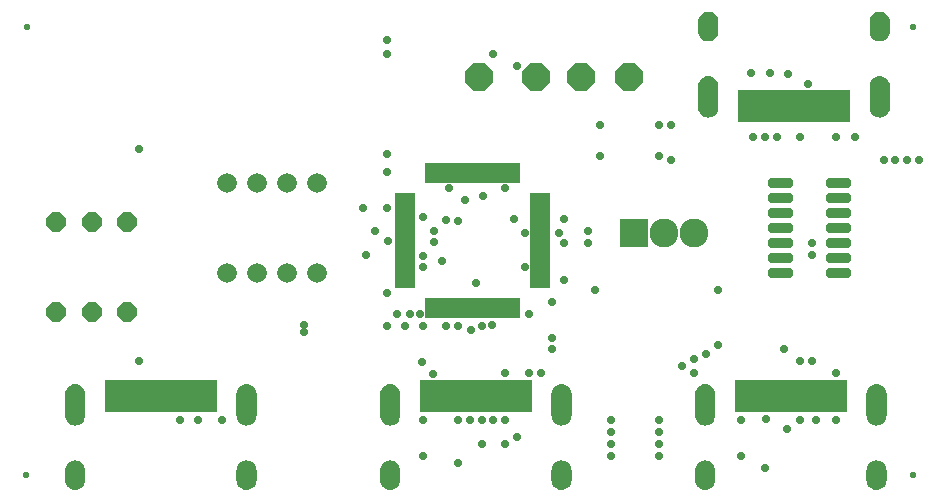
<source format=gbr>
G04 EAGLE Gerber RS-274X export*
G75*
%MOMM*%
%FSLAX34Y34*%
%LPD*%
%INSoldermask Top*%
%IPPOS*%
%AMOC8*
5,1,8,0,0,1.08239X$1,22.5*%
G01*
%ADD10C,0.553200*%
%ADD11P,2.556822X8X22.500000*%
%ADD12R,0.503200X2.803200*%
%ADD13R,1.676400X0.482600*%
%ADD14R,0.482600X1.676400*%
%ADD15C,1.666238*%
%ADD16C,0.506016*%
%ADD17R,2.435200X2.435200*%
%ADD18C,2.435200*%
%ADD19P,1.803519X8X112.500000*%
%ADD20P,1.803519X8X292.500000*%
%ADD21C,0.705600*%

G36*
X508663Y366414D02*
X508663Y366414D01*
X508668Y366419D01*
X508673Y366416D01*
X510267Y366900D01*
X510271Y366906D01*
X510276Y366904D01*
X511746Y367689D01*
X511749Y367696D01*
X511754Y367694D01*
X513042Y368752D01*
X513043Y368759D01*
X513048Y368758D01*
X514106Y370046D01*
X514106Y370054D01*
X514111Y370054D01*
X514896Y371524D01*
X514895Y371531D01*
X514900Y371533D01*
X515384Y373127D01*
X515383Y373131D01*
X515385Y373132D01*
X515383Y373135D01*
X515386Y373137D01*
X515549Y374795D01*
X515547Y374798D01*
X515549Y374800D01*
X515549Y392800D01*
X515547Y392803D01*
X515549Y392805D01*
X515386Y394463D01*
X515381Y394468D01*
X515384Y394473D01*
X514900Y396067D01*
X514894Y396071D01*
X514896Y396076D01*
X514111Y397546D01*
X514104Y397549D01*
X514106Y397554D01*
X513048Y398842D01*
X513041Y398843D01*
X513042Y398848D01*
X511754Y399906D01*
X511746Y399906D01*
X511746Y399911D01*
X510276Y400696D01*
X510269Y400695D01*
X510267Y400700D01*
X508673Y401184D01*
X508666Y401181D01*
X508663Y401186D01*
X507005Y401349D01*
X506999Y401345D01*
X506995Y401349D01*
X505337Y401186D01*
X505332Y401181D01*
X505327Y401184D01*
X503733Y400700D01*
X503729Y400694D01*
X503724Y400696D01*
X502254Y399911D01*
X502251Y399904D01*
X502246Y399906D01*
X500958Y398848D01*
X500957Y398841D01*
X500952Y398842D01*
X499894Y397554D01*
X499894Y397546D01*
X499889Y397546D01*
X499104Y396076D01*
X499105Y396069D01*
X499100Y396067D01*
X498616Y394473D01*
X498619Y394466D01*
X498614Y394463D01*
X498451Y392805D01*
X498453Y392802D01*
X498451Y392800D01*
X498451Y374800D01*
X498453Y374797D01*
X498451Y374795D01*
X498614Y373137D01*
X498619Y373132D01*
X498616Y373127D01*
X499100Y371533D01*
X499106Y371529D01*
X499104Y371524D01*
X499889Y370054D01*
X499896Y370051D01*
X499894Y370046D01*
X500952Y368758D01*
X500959Y368757D01*
X500958Y368752D01*
X502246Y367694D01*
X502254Y367694D01*
X502254Y367689D01*
X503724Y366904D01*
X503731Y366905D01*
X503733Y366900D01*
X505327Y366416D01*
X505334Y366419D01*
X505337Y366414D01*
X506995Y366251D01*
X507001Y366255D01*
X507005Y366251D01*
X508663Y366414D01*
G37*
G36*
X363663Y366414D02*
X363663Y366414D01*
X363668Y366419D01*
X363673Y366416D01*
X365267Y366900D01*
X365271Y366906D01*
X365276Y366904D01*
X366746Y367689D01*
X366749Y367696D01*
X366754Y367694D01*
X368042Y368752D01*
X368043Y368759D01*
X368048Y368758D01*
X369106Y370046D01*
X369106Y370054D01*
X369111Y370054D01*
X369896Y371524D01*
X369895Y371531D01*
X369900Y371533D01*
X370384Y373127D01*
X370383Y373131D01*
X370385Y373132D01*
X370383Y373135D01*
X370386Y373137D01*
X370549Y374795D01*
X370547Y374798D01*
X370549Y374800D01*
X370549Y392800D01*
X370547Y392803D01*
X370549Y392805D01*
X370386Y394463D01*
X370381Y394468D01*
X370384Y394473D01*
X369900Y396067D01*
X369894Y396071D01*
X369896Y396076D01*
X369111Y397546D01*
X369104Y397549D01*
X369106Y397554D01*
X368048Y398842D01*
X368041Y398843D01*
X368042Y398848D01*
X366754Y399906D01*
X366746Y399906D01*
X366746Y399911D01*
X365276Y400696D01*
X365269Y400695D01*
X365267Y400700D01*
X363673Y401184D01*
X363666Y401181D01*
X363663Y401186D01*
X362005Y401349D01*
X361999Y401345D01*
X361995Y401349D01*
X360337Y401186D01*
X360332Y401181D01*
X360327Y401184D01*
X358733Y400700D01*
X358729Y400694D01*
X358724Y400696D01*
X357254Y399911D01*
X357251Y399904D01*
X357246Y399906D01*
X355958Y398848D01*
X355957Y398841D01*
X355952Y398842D01*
X354894Y397554D01*
X354894Y397546D01*
X354889Y397546D01*
X354104Y396076D01*
X354105Y396069D01*
X354100Y396067D01*
X353616Y394473D01*
X353619Y394466D01*
X353614Y394463D01*
X353451Y392805D01*
X353453Y392802D01*
X353451Y392800D01*
X353451Y374800D01*
X353453Y374797D01*
X353451Y374795D01*
X353614Y373137D01*
X353619Y373132D01*
X353616Y373127D01*
X354100Y371533D01*
X354106Y371529D01*
X354104Y371524D01*
X354889Y370054D01*
X354896Y370051D01*
X354894Y370046D01*
X355952Y368758D01*
X355959Y368757D01*
X355958Y368752D01*
X357246Y367694D01*
X357254Y367694D01*
X357254Y367689D01*
X358724Y366904D01*
X358731Y366905D01*
X358733Y366900D01*
X360327Y366416D01*
X360334Y366419D01*
X360337Y366414D01*
X361995Y366251D01*
X362001Y366255D01*
X362005Y366251D01*
X363663Y366414D01*
G37*
G36*
X-172437Y105714D02*
X-172437Y105714D01*
X-172432Y105719D01*
X-172427Y105716D01*
X-170833Y106200D01*
X-170829Y106206D01*
X-170824Y106204D01*
X-169354Y106989D01*
X-169351Y106996D01*
X-169346Y106994D01*
X-168058Y108052D01*
X-168057Y108059D01*
X-168052Y108058D01*
X-166994Y109346D01*
X-166994Y109354D01*
X-166989Y109354D01*
X-166204Y110824D01*
X-166205Y110831D01*
X-166200Y110833D01*
X-165716Y112427D01*
X-165718Y112431D01*
X-165716Y112432D01*
X-165717Y112435D01*
X-165714Y112437D01*
X-165551Y114095D01*
X-165553Y114098D01*
X-165551Y114100D01*
X-165551Y132100D01*
X-165553Y132103D01*
X-165551Y132105D01*
X-165714Y133763D01*
X-165719Y133768D01*
X-165716Y133773D01*
X-166200Y135367D01*
X-166206Y135371D01*
X-166204Y135376D01*
X-166989Y136846D01*
X-166996Y136849D01*
X-166994Y136854D01*
X-168052Y138142D01*
X-168059Y138143D01*
X-168058Y138148D01*
X-169346Y139206D01*
X-169354Y139206D01*
X-169354Y139211D01*
X-170824Y139996D01*
X-170831Y139995D01*
X-170833Y140000D01*
X-172427Y140484D01*
X-172434Y140481D01*
X-172437Y140486D01*
X-174095Y140649D01*
X-174101Y140645D01*
X-174105Y140649D01*
X-175763Y140486D01*
X-175768Y140481D01*
X-175773Y140484D01*
X-177367Y140000D01*
X-177371Y139994D01*
X-177376Y139996D01*
X-178846Y139211D01*
X-178849Y139204D01*
X-178854Y139206D01*
X-180142Y138148D01*
X-180143Y138141D01*
X-180148Y138142D01*
X-181206Y136854D01*
X-181206Y136846D01*
X-181211Y136846D01*
X-181996Y135376D01*
X-181995Y135369D01*
X-182000Y135367D01*
X-182484Y133773D01*
X-182481Y133766D01*
X-182486Y133763D01*
X-182649Y132105D01*
X-182647Y132102D01*
X-182649Y132100D01*
X-182649Y114100D01*
X-182647Y114097D01*
X-182649Y114095D01*
X-182486Y112437D01*
X-182481Y112432D01*
X-182484Y112427D01*
X-182000Y110833D01*
X-181994Y110829D01*
X-181996Y110824D01*
X-181211Y109354D01*
X-181204Y109351D01*
X-181206Y109346D01*
X-180148Y108058D01*
X-180141Y108057D01*
X-180142Y108052D01*
X-178854Y106994D01*
X-178846Y106994D01*
X-178846Y106989D01*
X-177376Y106204D01*
X-177369Y106205D01*
X-177367Y106200D01*
X-175773Y105716D01*
X-175766Y105719D01*
X-175763Y105714D01*
X-174105Y105551D01*
X-174099Y105555D01*
X-174095Y105551D01*
X-172437Y105714D01*
G37*
G36*
X94263Y105714D02*
X94263Y105714D01*
X94268Y105719D01*
X94273Y105716D01*
X95867Y106200D01*
X95871Y106206D01*
X95876Y106204D01*
X97346Y106989D01*
X97349Y106996D01*
X97354Y106994D01*
X98642Y108052D01*
X98643Y108059D01*
X98648Y108058D01*
X99706Y109346D01*
X99706Y109354D01*
X99711Y109354D01*
X100496Y110824D01*
X100495Y110831D01*
X100500Y110833D01*
X100984Y112427D01*
X100983Y112431D01*
X100985Y112432D01*
X100983Y112435D01*
X100986Y112437D01*
X101149Y114095D01*
X101147Y114098D01*
X101149Y114100D01*
X101149Y132100D01*
X101147Y132103D01*
X101149Y132105D01*
X100986Y133763D01*
X100981Y133768D01*
X100984Y133773D01*
X100500Y135367D01*
X100494Y135371D01*
X100496Y135376D01*
X99711Y136846D01*
X99704Y136849D01*
X99706Y136854D01*
X98648Y138142D01*
X98641Y138143D01*
X98642Y138148D01*
X97354Y139206D01*
X97346Y139206D01*
X97346Y139211D01*
X95876Y139996D01*
X95869Y139995D01*
X95867Y140000D01*
X94273Y140484D01*
X94266Y140481D01*
X94263Y140486D01*
X92605Y140649D01*
X92599Y140645D01*
X92595Y140649D01*
X90937Y140486D01*
X90932Y140481D01*
X90927Y140484D01*
X89333Y140000D01*
X89329Y139994D01*
X89324Y139996D01*
X87854Y139211D01*
X87851Y139204D01*
X87846Y139206D01*
X86558Y138148D01*
X86557Y138141D01*
X86552Y138142D01*
X85494Y136854D01*
X85494Y136846D01*
X85489Y136846D01*
X84704Y135376D01*
X84705Y135369D01*
X84700Y135367D01*
X84216Y133773D01*
X84219Y133766D01*
X84214Y133763D01*
X84051Y132105D01*
X84053Y132102D01*
X84051Y132100D01*
X84051Y114100D01*
X84053Y114097D01*
X84051Y114095D01*
X84214Y112437D01*
X84219Y112432D01*
X84216Y112427D01*
X84700Y110833D01*
X84706Y110829D01*
X84704Y110824D01*
X85489Y109354D01*
X85496Y109351D01*
X85494Y109346D01*
X86552Y108058D01*
X86559Y108057D01*
X86558Y108052D01*
X87846Y106994D01*
X87854Y106994D01*
X87854Y106989D01*
X89324Y106204D01*
X89331Y106205D01*
X89333Y106200D01*
X90927Y105716D01*
X90934Y105719D01*
X90937Y105714D01*
X92595Y105551D01*
X92601Y105555D01*
X92605Y105551D01*
X94263Y105714D01*
G37*
G36*
X360963Y105714D02*
X360963Y105714D01*
X360968Y105719D01*
X360973Y105716D01*
X362567Y106200D01*
X362571Y106206D01*
X362576Y106204D01*
X364046Y106989D01*
X364049Y106996D01*
X364054Y106994D01*
X365342Y108052D01*
X365343Y108059D01*
X365348Y108058D01*
X366406Y109346D01*
X366406Y109354D01*
X366411Y109354D01*
X367196Y110824D01*
X367195Y110831D01*
X367200Y110833D01*
X367684Y112427D01*
X367683Y112431D01*
X367685Y112432D01*
X367683Y112435D01*
X367686Y112437D01*
X367849Y114095D01*
X367847Y114098D01*
X367849Y114100D01*
X367849Y132100D01*
X367847Y132103D01*
X367849Y132105D01*
X367686Y133763D01*
X367681Y133768D01*
X367684Y133773D01*
X367200Y135367D01*
X367194Y135371D01*
X367196Y135376D01*
X366411Y136846D01*
X366404Y136849D01*
X366406Y136854D01*
X365348Y138142D01*
X365341Y138143D01*
X365342Y138148D01*
X364054Y139206D01*
X364046Y139206D01*
X364046Y139211D01*
X362576Y139996D01*
X362569Y139995D01*
X362567Y140000D01*
X360973Y140484D01*
X360966Y140481D01*
X360963Y140486D01*
X359305Y140649D01*
X359299Y140645D01*
X359295Y140649D01*
X357637Y140486D01*
X357632Y140481D01*
X357627Y140484D01*
X356033Y140000D01*
X356029Y139994D01*
X356024Y139996D01*
X354554Y139211D01*
X354551Y139204D01*
X354546Y139206D01*
X353258Y138148D01*
X353257Y138141D01*
X353252Y138142D01*
X352194Y136854D01*
X352194Y136846D01*
X352189Y136846D01*
X351404Y135376D01*
X351405Y135369D01*
X351400Y135367D01*
X350916Y133773D01*
X350919Y133766D01*
X350914Y133763D01*
X350751Y132105D01*
X350753Y132102D01*
X350751Y132100D01*
X350751Y114100D01*
X350753Y114097D01*
X350751Y114095D01*
X350914Y112437D01*
X350919Y112432D01*
X350916Y112427D01*
X351400Y110833D01*
X351406Y110829D01*
X351404Y110824D01*
X352189Y109354D01*
X352196Y109351D01*
X352194Y109346D01*
X353252Y108058D01*
X353259Y108057D01*
X353258Y108052D01*
X354546Y106994D01*
X354554Y106994D01*
X354554Y106989D01*
X356024Y106204D01*
X356031Y106205D01*
X356033Y106200D01*
X357627Y105716D01*
X357634Y105719D01*
X357637Y105714D01*
X359295Y105551D01*
X359301Y105555D01*
X359305Y105551D01*
X360963Y105714D01*
G37*
G36*
X505963Y105714D02*
X505963Y105714D01*
X505968Y105719D01*
X505973Y105716D01*
X507567Y106200D01*
X507571Y106206D01*
X507576Y106204D01*
X509046Y106989D01*
X509049Y106996D01*
X509054Y106994D01*
X510342Y108052D01*
X510343Y108059D01*
X510348Y108058D01*
X511406Y109346D01*
X511406Y109354D01*
X511411Y109354D01*
X512196Y110824D01*
X512195Y110831D01*
X512200Y110833D01*
X512684Y112427D01*
X512683Y112431D01*
X512685Y112432D01*
X512683Y112435D01*
X512686Y112437D01*
X512849Y114095D01*
X512847Y114098D01*
X512849Y114100D01*
X512849Y132100D01*
X512847Y132103D01*
X512849Y132105D01*
X512686Y133763D01*
X512681Y133768D01*
X512684Y133773D01*
X512200Y135367D01*
X512194Y135371D01*
X512196Y135376D01*
X511411Y136846D01*
X511404Y136849D01*
X511406Y136854D01*
X510348Y138142D01*
X510341Y138143D01*
X510342Y138148D01*
X509054Y139206D01*
X509046Y139206D01*
X509046Y139211D01*
X507576Y139996D01*
X507569Y139995D01*
X507567Y140000D01*
X505973Y140484D01*
X505966Y140481D01*
X505963Y140486D01*
X504305Y140649D01*
X504299Y140645D01*
X504295Y140649D01*
X502637Y140486D01*
X502632Y140481D01*
X502627Y140484D01*
X501033Y140000D01*
X501029Y139994D01*
X501024Y139996D01*
X499554Y139211D01*
X499551Y139204D01*
X499546Y139206D01*
X498258Y138148D01*
X498257Y138141D01*
X498252Y138142D01*
X497194Y136854D01*
X497194Y136846D01*
X497189Y136846D01*
X496404Y135376D01*
X496405Y135369D01*
X496400Y135367D01*
X495916Y133773D01*
X495919Y133766D01*
X495914Y133763D01*
X495751Y132105D01*
X495753Y132102D01*
X495751Y132100D01*
X495751Y114100D01*
X495753Y114097D01*
X495751Y114095D01*
X495914Y112437D01*
X495919Y112432D01*
X495916Y112427D01*
X496400Y110833D01*
X496406Y110829D01*
X496404Y110824D01*
X497189Y109354D01*
X497196Y109351D01*
X497194Y109346D01*
X498252Y108058D01*
X498259Y108057D01*
X498258Y108052D01*
X499546Y106994D01*
X499554Y106994D01*
X499554Y106989D01*
X501024Y106204D01*
X501031Y106205D01*
X501033Y106200D01*
X502627Y105716D01*
X502634Y105719D01*
X502637Y105714D01*
X504295Y105551D01*
X504301Y105555D01*
X504305Y105551D01*
X505963Y105714D01*
G37*
G36*
X-27437Y105714D02*
X-27437Y105714D01*
X-27432Y105719D01*
X-27427Y105716D01*
X-25833Y106200D01*
X-25829Y106206D01*
X-25824Y106204D01*
X-24354Y106989D01*
X-24351Y106996D01*
X-24346Y106994D01*
X-23058Y108052D01*
X-23057Y108059D01*
X-23052Y108058D01*
X-21994Y109346D01*
X-21994Y109354D01*
X-21989Y109354D01*
X-21204Y110824D01*
X-21205Y110831D01*
X-21200Y110833D01*
X-20716Y112427D01*
X-20718Y112431D01*
X-20716Y112432D01*
X-20717Y112435D01*
X-20714Y112437D01*
X-20551Y114095D01*
X-20553Y114098D01*
X-20551Y114100D01*
X-20551Y132100D01*
X-20553Y132103D01*
X-20551Y132105D01*
X-20714Y133763D01*
X-20719Y133768D01*
X-20716Y133773D01*
X-21200Y135367D01*
X-21206Y135371D01*
X-21204Y135376D01*
X-21989Y136846D01*
X-21996Y136849D01*
X-21994Y136854D01*
X-23052Y138142D01*
X-23059Y138143D01*
X-23058Y138148D01*
X-24346Y139206D01*
X-24354Y139206D01*
X-24354Y139211D01*
X-25824Y139996D01*
X-25831Y139995D01*
X-25833Y140000D01*
X-27427Y140484D01*
X-27434Y140481D01*
X-27437Y140486D01*
X-29095Y140649D01*
X-29101Y140645D01*
X-29105Y140649D01*
X-30763Y140486D01*
X-30768Y140481D01*
X-30773Y140484D01*
X-32367Y140000D01*
X-32371Y139994D01*
X-32376Y139996D01*
X-33846Y139211D01*
X-33849Y139204D01*
X-33854Y139206D01*
X-35142Y138148D01*
X-35143Y138141D01*
X-35148Y138142D01*
X-36206Y136854D01*
X-36206Y136846D01*
X-36211Y136846D01*
X-36996Y135376D01*
X-36995Y135369D01*
X-37000Y135367D01*
X-37484Y133773D01*
X-37481Y133766D01*
X-37486Y133763D01*
X-37649Y132105D01*
X-37647Y132102D01*
X-37649Y132100D01*
X-37649Y114100D01*
X-37647Y114097D01*
X-37649Y114095D01*
X-37486Y112437D01*
X-37481Y112432D01*
X-37484Y112427D01*
X-37000Y110833D01*
X-36994Y110829D01*
X-36996Y110824D01*
X-36211Y109354D01*
X-36204Y109351D01*
X-36206Y109346D01*
X-35148Y108058D01*
X-35141Y108057D01*
X-35142Y108052D01*
X-33854Y106994D01*
X-33846Y106994D01*
X-33846Y106989D01*
X-32376Y106204D01*
X-32369Y106205D01*
X-32367Y106200D01*
X-30773Y105716D01*
X-30766Y105719D01*
X-30763Y105714D01*
X-29105Y105551D01*
X-29099Y105555D01*
X-29095Y105551D01*
X-27437Y105714D01*
G37*
G36*
X239263Y105714D02*
X239263Y105714D01*
X239268Y105719D01*
X239273Y105716D01*
X240867Y106200D01*
X240871Y106206D01*
X240876Y106204D01*
X242346Y106989D01*
X242349Y106996D01*
X242354Y106994D01*
X243642Y108052D01*
X243643Y108059D01*
X243648Y108058D01*
X244706Y109346D01*
X244706Y109354D01*
X244711Y109354D01*
X245496Y110824D01*
X245495Y110831D01*
X245500Y110833D01*
X245984Y112427D01*
X245983Y112431D01*
X245985Y112432D01*
X245983Y112435D01*
X245986Y112437D01*
X246149Y114095D01*
X246147Y114098D01*
X246149Y114100D01*
X246149Y132100D01*
X246147Y132103D01*
X246149Y132105D01*
X245986Y133763D01*
X245981Y133768D01*
X245984Y133773D01*
X245500Y135367D01*
X245494Y135371D01*
X245496Y135376D01*
X244711Y136846D01*
X244704Y136849D01*
X244706Y136854D01*
X243648Y138142D01*
X243641Y138143D01*
X243642Y138148D01*
X242354Y139206D01*
X242346Y139206D01*
X242346Y139211D01*
X240876Y139996D01*
X240869Y139995D01*
X240867Y140000D01*
X239273Y140484D01*
X239266Y140481D01*
X239263Y140486D01*
X237605Y140649D01*
X237599Y140645D01*
X237595Y140649D01*
X235937Y140486D01*
X235932Y140481D01*
X235927Y140484D01*
X234333Y140000D01*
X234329Y139994D01*
X234324Y139996D01*
X232854Y139211D01*
X232851Y139204D01*
X232846Y139206D01*
X231558Y138148D01*
X231557Y138141D01*
X231552Y138142D01*
X230494Y136854D01*
X230494Y136846D01*
X230489Y136846D01*
X229704Y135376D01*
X229705Y135369D01*
X229700Y135367D01*
X229216Y133773D01*
X229219Y133766D01*
X229214Y133763D01*
X229051Y132105D01*
X229053Y132102D01*
X229051Y132100D01*
X229051Y114100D01*
X229053Y114097D01*
X229051Y114095D01*
X229214Y112437D01*
X229219Y112432D01*
X229216Y112427D01*
X229700Y110833D01*
X229706Y110829D01*
X229704Y110824D01*
X230489Y109354D01*
X230496Y109351D01*
X230494Y109346D01*
X231552Y108058D01*
X231559Y108057D01*
X231558Y108052D01*
X232846Y106994D01*
X232854Y106994D01*
X232854Y106989D01*
X234324Y106204D01*
X234331Y106205D01*
X234333Y106200D01*
X235927Y105716D01*
X235934Y105719D01*
X235937Y105714D01*
X237595Y105551D01*
X237601Y105555D01*
X237605Y105551D01*
X239263Y105714D01*
G37*
G36*
X508663Y431014D02*
X508663Y431014D01*
X508668Y431019D01*
X508673Y431016D01*
X510267Y431500D01*
X510271Y431506D01*
X510276Y431504D01*
X511746Y432289D01*
X511749Y432296D01*
X511754Y432294D01*
X513042Y433352D01*
X513043Y433359D01*
X513048Y433358D01*
X514106Y434646D01*
X514106Y434654D01*
X514111Y434654D01*
X514896Y436124D01*
X514895Y436131D01*
X514900Y436133D01*
X515384Y437727D01*
X515383Y437731D01*
X515384Y437732D01*
X515383Y437735D01*
X515386Y437737D01*
X515549Y439395D01*
X515547Y439398D01*
X515549Y439400D01*
X515549Y447400D01*
X515547Y447403D01*
X515549Y447405D01*
X515386Y449063D01*
X515381Y449068D01*
X515384Y449073D01*
X514900Y450667D01*
X514894Y450671D01*
X514896Y450676D01*
X514111Y452146D01*
X514104Y452149D01*
X514106Y452154D01*
X513048Y453442D01*
X513041Y453443D01*
X513042Y453448D01*
X511754Y454506D01*
X511746Y454506D01*
X511746Y454511D01*
X510276Y455296D01*
X510269Y455295D01*
X510267Y455300D01*
X508673Y455784D01*
X508666Y455781D01*
X508663Y455786D01*
X507005Y455949D01*
X506999Y455945D01*
X506995Y455949D01*
X505337Y455786D01*
X505332Y455781D01*
X505327Y455784D01*
X503733Y455300D01*
X503729Y455294D01*
X503724Y455296D01*
X502254Y454511D01*
X502251Y454504D01*
X502246Y454506D01*
X500958Y453448D01*
X500957Y453441D01*
X500952Y453442D01*
X499894Y452154D01*
X499894Y452146D01*
X499889Y452146D01*
X499104Y450676D01*
X499105Y450669D01*
X499100Y450667D01*
X498616Y449073D01*
X498619Y449066D01*
X498614Y449063D01*
X498451Y447405D01*
X498453Y447402D01*
X498451Y447400D01*
X498451Y439400D01*
X498453Y439397D01*
X498451Y439395D01*
X498614Y437737D01*
X498619Y437732D01*
X498616Y437727D01*
X499100Y436133D01*
X499106Y436129D01*
X499104Y436124D01*
X499889Y434654D01*
X499896Y434651D01*
X499894Y434646D01*
X500952Y433358D01*
X500959Y433357D01*
X500958Y433352D01*
X502246Y432294D01*
X502254Y432294D01*
X502254Y432289D01*
X503724Y431504D01*
X503731Y431505D01*
X503733Y431500D01*
X505327Y431016D01*
X505334Y431019D01*
X505337Y431014D01*
X506995Y430851D01*
X507001Y430855D01*
X507005Y430851D01*
X508663Y431014D01*
G37*
G36*
X363663Y431014D02*
X363663Y431014D01*
X363668Y431019D01*
X363673Y431016D01*
X365267Y431500D01*
X365271Y431506D01*
X365276Y431504D01*
X366746Y432289D01*
X366749Y432296D01*
X366754Y432294D01*
X368042Y433352D01*
X368043Y433359D01*
X368048Y433358D01*
X369106Y434646D01*
X369106Y434654D01*
X369111Y434654D01*
X369896Y436124D01*
X369895Y436131D01*
X369900Y436133D01*
X370384Y437727D01*
X370383Y437731D01*
X370384Y437732D01*
X370383Y437735D01*
X370386Y437737D01*
X370549Y439395D01*
X370547Y439398D01*
X370549Y439400D01*
X370549Y447400D01*
X370547Y447403D01*
X370549Y447405D01*
X370386Y449063D01*
X370381Y449068D01*
X370384Y449073D01*
X369900Y450667D01*
X369894Y450671D01*
X369896Y450676D01*
X369111Y452146D01*
X369104Y452149D01*
X369106Y452154D01*
X368048Y453442D01*
X368041Y453443D01*
X368042Y453448D01*
X366754Y454506D01*
X366746Y454506D01*
X366746Y454511D01*
X365276Y455296D01*
X365269Y455295D01*
X365267Y455300D01*
X363673Y455784D01*
X363666Y455781D01*
X363663Y455786D01*
X362005Y455949D01*
X361999Y455945D01*
X361995Y455949D01*
X360337Y455786D01*
X360332Y455781D01*
X360327Y455784D01*
X358733Y455300D01*
X358729Y455294D01*
X358724Y455296D01*
X357254Y454511D01*
X357251Y454504D01*
X357246Y454506D01*
X355958Y453448D01*
X355957Y453441D01*
X355952Y453442D01*
X354894Y452154D01*
X354894Y452146D01*
X354889Y452146D01*
X354104Y450676D01*
X354105Y450669D01*
X354100Y450667D01*
X353616Y449073D01*
X353619Y449066D01*
X353614Y449063D01*
X353451Y447405D01*
X353453Y447402D01*
X353451Y447400D01*
X353451Y439400D01*
X353453Y439397D01*
X353451Y439395D01*
X353614Y437737D01*
X353619Y437732D01*
X353616Y437727D01*
X354100Y436133D01*
X354106Y436129D01*
X354104Y436124D01*
X354889Y434654D01*
X354896Y434651D01*
X354894Y434646D01*
X355952Y433358D01*
X355959Y433357D01*
X355958Y433352D01*
X357246Y432294D01*
X357254Y432294D01*
X357254Y432289D01*
X358724Y431504D01*
X358731Y431505D01*
X358733Y431500D01*
X360327Y431016D01*
X360334Y431019D01*
X360337Y431014D01*
X361995Y430851D01*
X362001Y430855D01*
X362005Y430851D01*
X363663Y431014D01*
G37*
G36*
X505963Y51114D02*
X505963Y51114D01*
X505968Y51119D01*
X505973Y51116D01*
X507567Y51600D01*
X507571Y51606D01*
X507576Y51604D01*
X509046Y52389D01*
X509049Y52396D01*
X509054Y52394D01*
X510342Y53452D01*
X510343Y53459D01*
X510348Y53458D01*
X511406Y54746D01*
X511406Y54754D01*
X511411Y54754D01*
X512196Y56224D01*
X512195Y56231D01*
X512200Y56233D01*
X512684Y57827D01*
X512683Y57831D01*
X512684Y57832D01*
X512683Y57835D01*
X512686Y57837D01*
X512849Y59495D01*
X512847Y59498D01*
X512849Y59500D01*
X512849Y67500D01*
X512847Y67503D01*
X512849Y67505D01*
X512686Y69163D01*
X512681Y69168D01*
X512684Y69173D01*
X512200Y70767D01*
X512194Y70771D01*
X512196Y70776D01*
X511411Y72246D01*
X511404Y72249D01*
X511406Y72254D01*
X510348Y73542D01*
X510341Y73543D01*
X510342Y73548D01*
X509054Y74606D01*
X509046Y74606D01*
X509046Y74611D01*
X507576Y75396D01*
X507569Y75395D01*
X507567Y75400D01*
X505973Y75884D01*
X505966Y75881D01*
X505963Y75886D01*
X504305Y76049D01*
X504299Y76045D01*
X504295Y76049D01*
X502637Y75886D01*
X502632Y75881D01*
X502627Y75884D01*
X501033Y75400D01*
X501029Y75394D01*
X501024Y75396D01*
X499554Y74611D01*
X499551Y74604D01*
X499546Y74606D01*
X498258Y73548D01*
X498257Y73541D01*
X498252Y73542D01*
X497194Y72254D01*
X497194Y72246D01*
X497189Y72246D01*
X496404Y70776D01*
X496405Y70769D01*
X496400Y70767D01*
X495916Y69173D01*
X495919Y69166D01*
X495914Y69163D01*
X495751Y67505D01*
X495753Y67502D01*
X495751Y67500D01*
X495751Y59500D01*
X495753Y59497D01*
X495751Y59495D01*
X495914Y57837D01*
X495919Y57832D01*
X495916Y57827D01*
X496400Y56233D01*
X496406Y56229D01*
X496404Y56224D01*
X497189Y54754D01*
X497196Y54751D01*
X497194Y54746D01*
X498252Y53458D01*
X498259Y53457D01*
X498258Y53452D01*
X499546Y52394D01*
X499554Y52394D01*
X499554Y52389D01*
X501024Y51604D01*
X501031Y51605D01*
X501033Y51600D01*
X502627Y51116D01*
X502634Y51119D01*
X502637Y51114D01*
X504295Y50951D01*
X504301Y50955D01*
X504305Y50951D01*
X505963Y51114D01*
G37*
G36*
X94263Y51114D02*
X94263Y51114D01*
X94268Y51119D01*
X94273Y51116D01*
X95867Y51600D01*
X95871Y51606D01*
X95876Y51604D01*
X97346Y52389D01*
X97349Y52396D01*
X97354Y52394D01*
X98642Y53452D01*
X98643Y53459D01*
X98648Y53458D01*
X99706Y54746D01*
X99706Y54754D01*
X99711Y54754D01*
X100496Y56224D01*
X100495Y56231D01*
X100500Y56233D01*
X100984Y57827D01*
X100983Y57831D01*
X100984Y57832D01*
X100983Y57835D01*
X100986Y57837D01*
X101149Y59495D01*
X101147Y59498D01*
X101149Y59500D01*
X101149Y67500D01*
X101147Y67503D01*
X101149Y67505D01*
X100986Y69163D01*
X100981Y69168D01*
X100984Y69173D01*
X100500Y70767D01*
X100494Y70771D01*
X100496Y70776D01*
X99711Y72246D01*
X99704Y72249D01*
X99706Y72254D01*
X98648Y73542D01*
X98641Y73543D01*
X98642Y73548D01*
X97354Y74606D01*
X97346Y74606D01*
X97346Y74611D01*
X95876Y75396D01*
X95869Y75395D01*
X95867Y75400D01*
X94273Y75884D01*
X94266Y75881D01*
X94263Y75886D01*
X92605Y76049D01*
X92599Y76045D01*
X92595Y76049D01*
X90937Y75886D01*
X90932Y75881D01*
X90927Y75884D01*
X89333Y75400D01*
X89329Y75394D01*
X89324Y75396D01*
X87854Y74611D01*
X87851Y74604D01*
X87846Y74606D01*
X86558Y73548D01*
X86557Y73541D01*
X86552Y73542D01*
X85494Y72254D01*
X85494Y72246D01*
X85489Y72246D01*
X84704Y70776D01*
X84705Y70769D01*
X84700Y70767D01*
X84216Y69173D01*
X84219Y69166D01*
X84214Y69163D01*
X84051Y67505D01*
X84053Y67502D01*
X84051Y67500D01*
X84051Y59500D01*
X84053Y59497D01*
X84051Y59495D01*
X84214Y57837D01*
X84219Y57832D01*
X84216Y57827D01*
X84700Y56233D01*
X84706Y56229D01*
X84704Y56224D01*
X85489Y54754D01*
X85496Y54751D01*
X85494Y54746D01*
X86552Y53458D01*
X86559Y53457D01*
X86558Y53452D01*
X87846Y52394D01*
X87854Y52394D01*
X87854Y52389D01*
X89324Y51604D01*
X89331Y51605D01*
X89333Y51600D01*
X90927Y51116D01*
X90934Y51119D01*
X90937Y51114D01*
X92595Y50951D01*
X92601Y50955D01*
X92605Y50951D01*
X94263Y51114D01*
G37*
G36*
X239263Y51114D02*
X239263Y51114D01*
X239268Y51119D01*
X239273Y51116D01*
X240867Y51600D01*
X240871Y51606D01*
X240876Y51604D01*
X242346Y52389D01*
X242349Y52396D01*
X242354Y52394D01*
X243642Y53452D01*
X243643Y53459D01*
X243648Y53458D01*
X244706Y54746D01*
X244706Y54754D01*
X244711Y54754D01*
X245496Y56224D01*
X245495Y56231D01*
X245500Y56233D01*
X245984Y57827D01*
X245983Y57831D01*
X245984Y57832D01*
X245983Y57835D01*
X245986Y57837D01*
X246149Y59495D01*
X246147Y59498D01*
X246149Y59500D01*
X246149Y67500D01*
X246147Y67503D01*
X246149Y67505D01*
X245986Y69163D01*
X245981Y69168D01*
X245984Y69173D01*
X245500Y70767D01*
X245494Y70771D01*
X245496Y70776D01*
X244711Y72246D01*
X244704Y72249D01*
X244706Y72254D01*
X243648Y73542D01*
X243641Y73543D01*
X243642Y73548D01*
X242354Y74606D01*
X242346Y74606D01*
X242346Y74611D01*
X240876Y75396D01*
X240869Y75395D01*
X240867Y75400D01*
X239273Y75884D01*
X239266Y75881D01*
X239263Y75886D01*
X237605Y76049D01*
X237599Y76045D01*
X237595Y76049D01*
X235937Y75886D01*
X235932Y75881D01*
X235927Y75884D01*
X234333Y75400D01*
X234329Y75394D01*
X234324Y75396D01*
X232854Y74611D01*
X232851Y74604D01*
X232846Y74606D01*
X231558Y73548D01*
X231557Y73541D01*
X231552Y73542D01*
X230494Y72254D01*
X230494Y72246D01*
X230489Y72246D01*
X229704Y70776D01*
X229705Y70769D01*
X229700Y70767D01*
X229216Y69173D01*
X229219Y69166D01*
X229214Y69163D01*
X229051Y67505D01*
X229053Y67502D01*
X229051Y67500D01*
X229051Y59500D01*
X229053Y59497D01*
X229051Y59495D01*
X229214Y57837D01*
X229219Y57832D01*
X229216Y57827D01*
X229700Y56233D01*
X229706Y56229D01*
X229704Y56224D01*
X230489Y54754D01*
X230496Y54751D01*
X230494Y54746D01*
X231552Y53458D01*
X231559Y53457D01*
X231558Y53452D01*
X232846Y52394D01*
X232854Y52394D01*
X232854Y52389D01*
X234324Y51604D01*
X234331Y51605D01*
X234333Y51600D01*
X235927Y51116D01*
X235934Y51119D01*
X235937Y51114D01*
X237595Y50951D01*
X237601Y50955D01*
X237605Y50951D01*
X239263Y51114D01*
G37*
G36*
X-27437Y51114D02*
X-27437Y51114D01*
X-27432Y51119D01*
X-27427Y51116D01*
X-25833Y51600D01*
X-25829Y51606D01*
X-25824Y51604D01*
X-24354Y52389D01*
X-24351Y52396D01*
X-24346Y52394D01*
X-23058Y53452D01*
X-23057Y53459D01*
X-23052Y53458D01*
X-21994Y54746D01*
X-21994Y54754D01*
X-21989Y54754D01*
X-21204Y56224D01*
X-21205Y56231D01*
X-21200Y56233D01*
X-20716Y57827D01*
X-20718Y57831D01*
X-20716Y57832D01*
X-20717Y57835D01*
X-20714Y57837D01*
X-20551Y59495D01*
X-20553Y59498D01*
X-20551Y59500D01*
X-20551Y67500D01*
X-20553Y67503D01*
X-20551Y67505D01*
X-20714Y69163D01*
X-20719Y69168D01*
X-20716Y69173D01*
X-21200Y70767D01*
X-21206Y70771D01*
X-21204Y70776D01*
X-21989Y72246D01*
X-21996Y72249D01*
X-21994Y72254D01*
X-23052Y73542D01*
X-23059Y73543D01*
X-23058Y73548D01*
X-24346Y74606D01*
X-24354Y74606D01*
X-24354Y74611D01*
X-25824Y75396D01*
X-25831Y75395D01*
X-25833Y75400D01*
X-27427Y75884D01*
X-27434Y75881D01*
X-27437Y75886D01*
X-29095Y76049D01*
X-29101Y76045D01*
X-29105Y76049D01*
X-30763Y75886D01*
X-30768Y75881D01*
X-30773Y75884D01*
X-32367Y75400D01*
X-32371Y75394D01*
X-32376Y75396D01*
X-33846Y74611D01*
X-33849Y74604D01*
X-33854Y74606D01*
X-35142Y73548D01*
X-35143Y73541D01*
X-35148Y73542D01*
X-36206Y72254D01*
X-36206Y72246D01*
X-36211Y72246D01*
X-36996Y70776D01*
X-36995Y70769D01*
X-37000Y70767D01*
X-37484Y69173D01*
X-37481Y69166D01*
X-37486Y69163D01*
X-37649Y67505D01*
X-37647Y67502D01*
X-37649Y67500D01*
X-37649Y59500D01*
X-37647Y59497D01*
X-37649Y59495D01*
X-37486Y57837D01*
X-37481Y57832D01*
X-37484Y57827D01*
X-37000Y56233D01*
X-36994Y56229D01*
X-36996Y56224D01*
X-36211Y54754D01*
X-36204Y54751D01*
X-36206Y54746D01*
X-35148Y53458D01*
X-35141Y53457D01*
X-35142Y53452D01*
X-33854Y52394D01*
X-33846Y52394D01*
X-33846Y52389D01*
X-32376Y51604D01*
X-32369Y51605D01*
X-32367Y51600D01*
X-30773Y51116D01*
X-30766Y51119D01*
X-30763Y51114D01*
X-29105Y50951D01*
X-29099Y50955D01*
X-29095Y50951D01*
X-27437Y51114D01*
G37*
G36*
X360963Y51114D02*
X360963Y51114D01*
X360968Y51119D01*
X360973Y51116D01*
X362567Y51600D01*
X362571Y51606D01*
X362576Y51604D01*
X364046Y52389D01*
X364049Y52396D01*
X364054Y52394D01*
X365342Y53452D01*
X365343Y53459D01*
X365348Y53458D01*
X366406Y54746D01*
X366406Y54754D01*
X366411Y54754D01*
X367196Y56224D01*
X367195Y56231D01*
X367200Y56233D01*
X367684Y57827D01*
X367683Y57831D01*
X367684Y57832D01*
X367683Y57835D01*
X367686Y57837D01*
X367849Y59495D01*
X367847Y59498D01*
X367849Y59500D01*
X367849Y67500D01*
X367847Y67503D01*
X367849Y67505D01*
X367686Y69163D01*
X367681Y69168D01*
X367684Y69173D01*
X367200Y70767D01*
X367194Y70771D01*
X367196Y70776D01*
X366411Y72246D01*
X366404Y72249D01*
X366406Y72254D01*
X365348Y73542D01*
X365341Y73543D01*
X365342Y73548D01*
X364054Y74606D01*
X364046Y74606D01*
X364046Y74611D01*
X362576Y75396D01*
X362569Y75395D01*
X362567Y75400D01*
X360973Y75884D01*
X360966Y75881D01*
X360963Y75886D01*
X359305Y76049D01*
X359299Y76045D01*
X359295Y76049D01*
X357637Y75886D01*
X357632Y75881D01*
X357627Y75884D01*
X356033Y75400D01*
X356029Y75394D01*
X356024Y75396D01*
X354554Y74611D01*
X354551Y74604D01*
X354546Y74606D01*
X353258Y73548D01*
X353257Y73541D01*
X353252Y73542D01*
X352194Y72254D01*
X352194Y72246D01*
X352189Y72246D01*
X351404Y70776D01*
X351405Y70769D01*
X351400Y70767D01*
X350916Y69173D01*
X350919Y69166D01*
X350914Y69163D01*
X350751Y67505D01*
X350753Y67502D01*
X350751Y67500D01*
X350751Y59500D01*
X350753Y59497D01*
X350751Y59495D01*
X350914Y57837D01*
X350919Y57832D01*
X350916Y57827D01*
X351400Y56233D01*
X351406Y56229D01*
X351404Y56224D01*
X352189Y54754D01*
X352196Y54751D01*
X352194Y54746D01*
X353252Y53458D01*
X353259Y53457D01*
X353258Y53452D01*
X354546Y52394D01*
X354554Y52394D01*
X354554Y52389D01*
X356024Y51604D01*
X356031Y51605D01*
X356033Y51600D01*
X357627Y51116D01*
X357634Y51119D01*
X357637Y51114D01*
X359295Y50951D01*
X359301Y50955D01*
X359305Y50951D01*
X360963Y51114D01*
G37*
G36*
X-172437Y51114D02*
X-172437Y51114D01*
X-172432Y51119D01*
X-172427Y51116D01*
X-170833Y51600D01*
X-170829Y51606D01*
X-170824Y51604D01*
X-169354Y52389D01*
X-169351Y52396D01*
X-169346Y52394D01*
X-168058Y53452D01*
X-168057Y53459D01*
X-168052Y53458D01*
X-166994Y54746D01*
X-166994Y54754D01*
X-166989Y54754D01*
X-166204Y56224D01*
X-166205Y56231D01*
X-166200Y56233D01*
X-165716Y57827D01*
X-165718Y57831D01*
X-165716Y57832D01*
X-165717Y57835D01*
X-165714Y57837D01*
X-165551Y59495D01*
X-165553Y59498D01*
X-165551Y59500D01*
X-165551Y67500D01*
X-165553Y67503D01*
X-165551Y67505D01*
X-165714Y69163D01*
X-165719Y69168D01*
X-165716Y69173D01*
X-166200Y70767D01*
X-166206Y70771D01*
X-166204Y70776D01*
X-166989Y72246D01*
X-166996Y72249D01*
X-166994Y72254D01*
X-168052Y73542D01*
X-168059Y73543D01*
X-168058Y73548D01*
X-169346Y74606D01*
X-169354Y74606D01*
X-169354Y74611D01*
X-170824Y75396D01*
X-170831Y75395D01*
X-170833Y75400D01*
X-172427Y75884D01*
X-172434Y75881D01*
X-172437Y75886D01*
X-174095Y76049D01*
X-174101Y76045D01*
X-174105Y76049D01*
X-175763Y75886D01*
X-175768Y75881D01*
X-175773Y75884D01*
X-177367Y75400D01*
X-177371Y75394D01*
X-177376Y75396D01*
X-178846Y74611D01*
X-178849Y74604D01*
X-178854Y74606D01*
X-180142Y73548D01*
X-180143Y73541D01*
X-180148Y73542D01*
X-181206Y72254D01*
X-181206Y72246D01*
X-181211Y72246D01*
X-181996Y70776D01*
X-181995Y70769D01*
X-182000Y70767D01*
X-182484Y69173D01*
X-182481Y69166D01*
X-182486Y69163D01*
X-182649Y67505D01*
X-182647Y67502D01*
X-182649Y67500D01*
X-182649Y59500D01*
X-182647Y59497D01*
X-182649Y59495D01*
X-182486Y57837D01*
X-182481Y57832D01*
X-182484Y57827D01*
X-182000Y56233D01*
X-181994Y56229D01*
X-181996Y56224D01*
X-181211Y54754D01*
X-181204Y54751D01*
X-181206Y54746D01*
X-180148Y53458D01*
X-180141Y53457D01*
X-180142Y53452D01*
X-178854Y52394D01*
X-178846Y52394D01*
X-178846Y52389D01*
X-177376Y51604D01*
X-177369Y51605D01*
X-177367Y51600D01*
X-175773Y51116D01*
X-175766Y51119D01*
X-175763Y51114D01*
X-174105Y50951D01*
X-174099Y50955D01*
X-174095Y50951D01*
X-172437Y51114D01*
G37*
D10*
X-214600Y443400D03*
X-215900Y63500D03*
X535000Y443400D03*
X535000Y63500D03*
D11*
X167800Y400700D03*
D12*
X386800Y130700D03*
X476800Y130700D03*
X431800Y130700D03*
X456800Y130700D03*
X406800Y130700D03*
X396800Y130700D03*
X391800Y130700D03*
X401800Y130700D03*
X411800Y130700D03*
X416800Y130700D03*
X421800Y130700D03*
X426800Y130700D03*
X436800Y130700D03*
X441800Y130700D03*
X446800Y130700D03*
X451800Y130700D03*
X461800Y130700D03*
X466800Y130700D03*
X471800Y130700D03*
X479500Y376200D03*
X389500Y376200D03*
X434500Y376200D03*
X409500Y376200D03*
X459500Y376200D03*
X469500Y376200D03*
X474500Y376200D03*
X464500Y376200D03*
X454500Y376200D03*
X449500Y376200D03*
X444500Y376200D03*
X439500Y376200D03*
X429500Y376200D03*
X424500Y376200D03*
X419500Y376200D03*
X414500Y376200D03*
X404500Y376200D03*
X399500Y376200D03*
X394500Y376200D03*
X-146600Y130700D03*
X-56600Y130700D03*
X-101600Y130700D03*
X-76600Y130700D03*
X-126600Y130700D03*
X-136600Y130700D03*
X-141600Y130700D03*
X-131600Y130700D03*
X-121600Y130700D03*
X-116600Y130700D03*
X-111600Y130700D03*
X-106600Y130700D03*
X-96600Y130700D03*
X-91600Y130700D03*
X-86600Y130700D03*
X-81600Y130700D03*
X-71600Y130700D03*
X-66600Y130700D03*
X-61600Y130700D03*
X120100Y130700D03*
X210100Y130700D03*
X165100Y130700D03*
X190100Y130700D03*
X140100Y130700D03*
X130100Y130700D03*
X125100Y130700D03*
X135100Y130700D03*
X145100Y130700D03*
X150100Y130700D03*
X155100Y130700D03*
X160100Y130700D03*
X170100Y130700D03*
X175100Y130700D03*
X180100Y130700D03*
X185100Y130700D03*
X195100Y130700D03*
X200100Y130700D03*
X205100Y130700D03*
D13*
X105250Y299692D03*
X105250Y294612D03*
X105250Y289532D03*
X105250Y284706D03*
X105250Y279626D03*
X105250Y274546D03*
X105250Y269720D03*
X105250Y264640D03*
X105250Y259560D03*
X105250Y254480D03*
X105250Y249654D03*
X105250Y244574D03*
X105250Y239494D03*
X105250Y234668D03*
X105250Y229588D03*
X105250Y224508D03*
D14*
X124808Y204950D03*
X129888Y204950D03*
X134968Y204950D03*
X139794Y204950D03*
X144874Y204950D03*
X149954Y204950D03*
X154780Y204950D03*
X159860Y204950D03*
X164940Y204950D03*
X170020Y204950D03*
X174846Y204950D03*
X179926Y204950D03*
X185006Y204950D03*
X189832Y204950D03*
X194912Y204950D03*
X199992Y204950D03*
D13*
X219550Y224508D03*
X219550Y229588D03*
X219550Y234668D03*
X219550Y239494D03*
X219550Y244574D03*
X219550Y249654D03*
X219550Y254480D03*
X219550Y259560D03*
X219550Y264640D03*
X219550Y269720D03*
X219550Y274546D03*
X219550Y279626D03*
X219550Y284706D03*
X219550Y289532D03*
X219550Y294612D03*
X219550Y299692D03*
D14*
X199992Y319250D03*
X194912Y319250D03*
X189832Y319250D03*
X185006Y319250D03*
X179926Y319250D03*
X174846Y319250D03*
X170020Y319250D03*
X164940Y319250D03*
X159860Y319250D03*
X154780Y319250D03*
X149954Y319250D03*
X144874Y319250D03*
X139794Y319250D03*
X134968Y319250D03*
X129888Y319250D03*
X124808Y319250D03*
D15*
X-45200Y234800D03*
X-19800Y234800D03*
X-19800Y311000D03*
X-45200Y311000D03*
X5600Y234800D03*
X31000Y234800D03*
X5600Y311000D03*
X31000Y311000D03*
D16*
X415364Y309514D02*
X431436Y309514D01*
X415364Y309514D02*
X415364Y312486D01*
X431436Y312486D01*
X431436Y309514D01*
X431436Y296814D02*
X415364Y296814D01*
X415364Y299786D01*
X431436Y299786D01*
X431436Y296814D01*
X431436Y284114D02*
X415364Y284114D01*
X415364Y287086D01*
X431436Y287086D01*
X431436Y284114D01*
X431436Y271414D02*
X415364Y271414D01*
X415364Y274386D01*
X431436Y274386D01*
X431436Y271414D01*
X431436Y258714D02*
X415364Y258714D01*
X415364Y261686D01*
X431436Y261686D01*
X431436Y258714D01*
X431436Y246014D02*
X415364Y246014D01*
X415364Y248986D01*
X431436Y248986D01*
X431436Y246014D01*
X431436Y233314D02*
X415364Y233314D01*
X415364Y236286D01*
X431436Y236286D01*
X431436Y233314D01*
X464564Y233314D02*
X480636Y233314D01*
X464564Y233314D02*
X464564Y236286D01*
X480636Y236286D01*
X480636Y233314D01*
X480636Y246014D02*
X464564Y246014D01*
X464564Y248986D01*
X480636Y248986D01*
X480636Y246014D01*
X480636Y258714D02*
X464564Y258714D01*
X464564Y261686D01*
X480636Y261686D01*
X480636Y258714D01*
X480636Y271414D02*
X464564Y271414D01*
X464564Y274386D01*
X480636Y274386D01*
X480636Y271414D01*
X480636Y284114D02*
X464564Y284114D01*
X464564Y287086D01*
X480636Y287086D01*
X480636Y284114D01*
X480636Y296814D02*
X464564Y296814D01*
X464564Y299786D01*
X480636Y299786D01*
X480636Y296814D01*
X480636Y309514D02*
X464564Y309514D01*
X464564Y312486D01*
X480636Y312486D01*
X480636Y309514D01*
D11*
X294800Y400700D03*
X254000Y400700D03*
X215900Y400700D03*
D17*
X299100Y268600D03*
D18*
X324500Y268600D03*
X349900Y268600D03*
D19*
X-130000Y201900D03*
X-130000Y278100D03*
X-190000Y201900D03*
X-190000Y278100D03*
D20*
X-160000Y278100D03*
X-160000Y201900D03*
D21*
X161080Y186068D03*
X230000Y170000D03*
X170000Y190000D03*
X230047Y179953D03*
X109017Y200000D03*
X190000Y150000D03*
X104816Y190000D03*
X180000Y110000D03*
X120000Y190000D03*
X220000Y150000D03*
X118105Y200000D03*
X210000Y150000D03*
X440000Y350000D03*
X540000Y330000D03*
X320000Y80000D03*
X280000Y80000D03*
X425732Y170092D03*
X360000Y166068D03*
X160000Y110000D03*
X170000Y90000D03*
X420000Y350000D03*
X530000Y330000D03*
X320000Y90000D03*
X280000Y90000D03*
X440000Y160000D03*
X350000Y162136D03*
X170000Y110000D03*
X190000Y90000D03*
X410000Y350000D03*
X520000Y330000D03*
X320000Y100000D03*
X280000Y100000D03*
X450000Y160000D03*
X340000Y156068D03*
X190100Y110000D03*
X200000Y96068D03*
X400000Y350000D03*
X510368Y330000D03*
X320000Y110000D03*
X280000Y110000D03*
X470000Y150000D03*
X350000Y150000D03*
X-50000Y110000D03*
X-70000Y110000D03*
X-85532Y110000D03*
X120000Y249088D03*
X120000Y282136D03*
X398432Y404272D03*
X429500Y403204D03*
X413932Y403772D03*
X446068Y394506D03*
X180000Y420000D03*
X200000Y410000D03*
X428399Y103020D03*
X470000Y110000D03*
X440000Y110000D03*
X452868Y110000D03*
X129718Y260642D03*
X79530Y270000D03*
X206878Y268478D03*
X197375Y280614D03*
X206878Y240000D03*
X130000Y270000D03*
X72164Y250000D03*
X235626Y268478D03*
X240000Y280614D03*
X90000Y432164D03*
X90000Y420000D03*
X90000Y335318D03*
X90000Y320000D03*
X70000Y290000D03*
X190000Y306578D03*
X-120000Y160000D03*
X-120000Y340000D03*
X150000Y110000D03*
X150000Y73932D03*
X410000Y70000D03*
X411160Y111160D03*
X266068Y220000D03*
X260000Y260000D03*
X486068Y350000D03*
X470000Y350000D03*
X119243Y159243D03*
X129032Y149455D03*
X149954Y189954D03*
X179148Y190852D03*
X20000Y184800D03*
X90000Y190000D03*
X90527Y261945D03*
X90000Y217805D03*
X90000Y290000D03*
X150000Y278932D03*
X156022Y296821D03*
X370000Y173932D03*
X370000Y220000D03*
X390000Y110000D03*
X390000Y80000D03*
X120000Y110000D03*
X120000Y80000D03*
X142004Y306578D03*
X164940Y226137D03*
X140000Y190000D03*
X136503Y244574D03*
X120000Y240000D03*
X140000Y280000D03*
X260000Y270000D03*
X240000Y260000D03*
X240000Y228600D03*
X171008Y300000D03*
X450000Y250000D03*
X450000Y260000D03*
X210000Y200000D03*
X230047Y210047D03*
X270000Y333932D03*
X270000Y360000D03*
X320000Y333932D03*
X320000Y360000D03*
X330000Y330000D03*
X330000Y360000D03*
X20000Y191094D03*
X98405Y200000D03*
M02*

</source>
